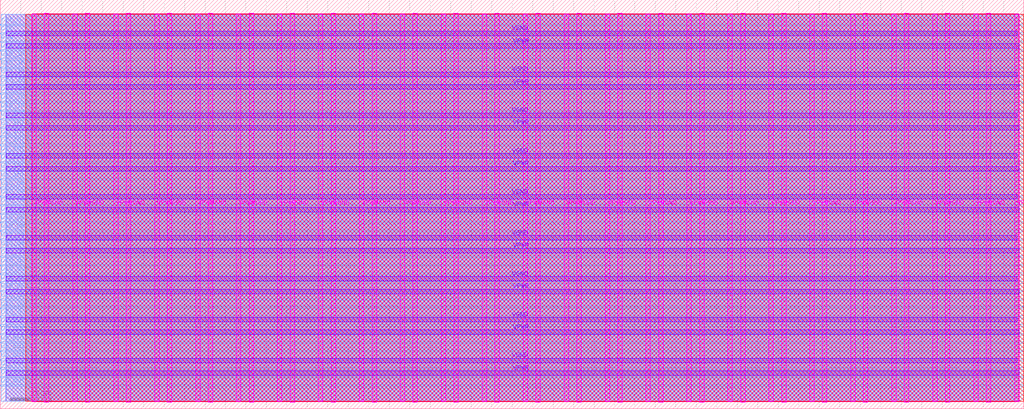
<source format=lef>
VERSION 5.7 ;
  NOWIREEXTENSIONATPIN ON ;
  DIVIDERCHAR "/" ;
  BUSBITCHARS "[]" ;
MACRO heichips25_pudding
  CLASS BLOCK ;
  FOREIGN heichips25_pudding ;
  ORIGIN 0.000 0.000 ;
  SIZE 500.000 BY 200.000 ;
  PIN VGND
    DIRECTION INOUT ;
    USE GROUND ;
    PORT
      LAYER TopMetal1 ;
        RECT 21.580 3.150 23.780 193.410 ;
    END
    PORT
      LAYER TopMetal1 ;
        RECT 41.580 3.150 43.780 193.410 ;
    END
    PORT
      LAYER TopMetal1 ;
        RECT 61.580 3.150 63.780 193.410 ;
    END
    PORT
      LAYER TopMetal1 ;
        RECT 81.580 3.150 83.780 193.410 ;
    END
    PORT
      LAYER TopMetal1 ;
        RECT 101.580 3.150 103.780 193.410 ;
    END
    PORT
      LAYER TopMetal1 ;
        RECT 121.580 3.150 123.780 193.410 ;
    END
    PORT
      LAYER TopMetal1 ;
        RECT 141.580 3.150 143.780 193.410 ;
    END
    PORT
      LAYER TopMetal1 ;
        RECT 161.580 3.150 163.780 193.410 ;
    END
    PORT
      LAYER TopMetal1 ;
        RECT 181.580 3.150 183.780 193.410 ;
    END
    PORT
      LAYER TopMetal1 ;
        RECT 201.580 3.150 203.780 193.410 ;
    END
    PORT
      LAYER TopMetal1 ;
        RECT 221.580 3.150 223.780 193.410 ;
    END
    PORT
      LAYER TopMetal1 ;
        RECT 241.580 3.150 243.780 193.410 ;
    END
    PORT
      LAYER TopMetal1 ;
        RECT 261.580 3.150 263.780 193.410 ;
    END
    PORT
      LAYER TopMetal1 ;
        RECT 281.580 3.150 283.780 193.410 ;
    END
    PORT
      LAYER TopMetal1 ;
        RECT 301.580 3.150 303.780 193.410 ;
    END
    PORT
      LAYER TopMetal1 ;
        RECT 321.580 3.150 323.780 193.410 ;
    END
    PORT
      LAYER TopMetal1 ;
        RECT 341.580 3.150 343.780 193.410 ;
    END
    PORT
      LAYER TopMetal1 ;
        RECT 361.580 3.150 363.780 193.410 ;
    END
    PORT
      LAYER TopMetal1 ;
        RECT 381.580 3.150 383.780 193.410 ;
    END
    PORT
      LAYER TopMetal1 ;
        RECT 401.580 3.150 403.780 193.410 ;
    END
    PORT
      LAYER TopMetal1 ;
        RECT 421.580 3.150 423.780 193.410 ;
    END
    PORT
      LAYER TopMetal1 ;
        RECT 441.580 3.150 443.780 193.410 ;
    END
    PORT
      LAYER TopMetal1 ;
        RECT 461.580 3.150 463.780 193.410 ;
    END
    PORT
      LAYER TopMetal1 ;
        RECT 481.580 3.150 483.780 193.410 ;
    END
    PORT
      LAYER TopMetal2 ;
        RECT 2.880 22.480 496.800 24.680 ;
    END
    PORT
      LAYER TopMetal2 ;
        RECT 2.880 42.480 496.800 44.680 ;
    END
    PORT
      LAYER TopMetal2 ;
        RECT 2.880 62.480 496.800 64.680 ;
    END
    PORT
      LAYER TopMetal2 ;
        RECT 2.880 82.480 496.800 84.680 ;
    END
    PORT
      LAYER TopMetal2 ;
        RECT 2.880 102.480 496.800 104.680 ;
    END
    PORT
      LAYER TopMetal2 ;
        RECT 2.880 122.480 496.800 124.680 ;
    END
    PORT
      LAYER TopMetal2 ;
        RECT 2.880 142.480 496.800 144.680 ;
    END
    PORT
      LAYER TopMetal2 ;
        RECT 2.880 162.480 496.800 164.680 ;
    END
    PORT
      LAYER TopMetal2 ;
        RECT 2.880 182.480 496.800 184.680 ;
    END
  END VGND
  PIN VPWR
    DIRECTION INOUT ;
    USE POWER ;
    PORT
      LAYER TopMetal1 ;
        RECT 15.380 3.560 17.580 193.000 ;
    END
    PORT
      LAYER TopMetal1 ;
        RECT 35.380 3.560 37.580 193.000 ;
    END
    PORT
      LAYER TopMetal1 ;
        RECT 55.380 3.560 57.580 193.000 ;
    END
    PORT
      LAYER TopMetal1 ;
        RECT 75.380 3.560 77.580 193.000 ;
    END
    PORT
      LAYER TopMetal1 ;
        RECT 95.380 3.560 97.580 193.000 ;
    END
    PORT
      LAYER TopMetal1 ;
        RECT 115.380 3.560 117.580 193.000 ;
    END
    PORT
      LAYER TopMetal1 ;
        RECT 135.380 3.560 137.580 193.000 ;
    END
    PORT
      LAYER TopMetal1 ;
        RECT 155.380 3.560 157.580 193.000 ;
    END
    PORT
      LAYER TopMetal1 ;
        RECT 175.380 3.560 177.580 193.000 ;
    END
    PORT
      LAYER TopMetal1 ;
        RECT 195.380 3.560 197.580 193.000 ;
    END
    PORT
      LAYER TopMetal1 ;
        RECT 215.380 3.560 217.580 193.000 ;
    END
    PORT
      LAYER TopMetal1 ;
        RECT 235.380 3.560 237.580 193.000 ;
    END
    PORT
      LAYER TopMetal1 ;
        RECT 255.380 3.560 257.580 193.000 ;
    END
    PORT
      LAYER TopMetal1 ;
        RECT 275.380 3.560 277.580 193.000 ;
    END
    PORT
      LAYER TopMetal1 ;
        RECT 295.380 3.560 297.580 193.000 ;
    END
    PORT
      LAYER TopMetal1 ;
        RECT 315.380 3.560 317.580 193.000 ;
    END
    PORT
      LAYER TopMetal1 ;
        RECT 335.380 3.560 337.580 193.000 ;
    END
    PORT
      LAYER TopMetal1 ;
        RECT 355.380 3.560 357.580 193.000 ;
    END
    PORT
      LAYER TopMetal1 ;
        RECT 375.380 3.560 377.580 193.000 ;
    END
    PORT
      LAYER TopMetal1 ;
        RECT 395.380 3.560 397.580 193.000 ;
    END
    PORT
      LAYER TopMetal1 ;
        RECT 415.380 3.560 417.580 193.000 ;
    END
    PORT
      LAYER TopMetal1 ;
        RECT 435.380 3.560 437.580 193.000 ;
    END
    PORT
      LAYER TopMetal1 ;
        RECT 455.380 3.560 457.580 193.000 ;
    END
    PORT
      LAYER TopMetal1 ;
        RECT 475.380 3.560 477.580 193.000 ;
    END
    PORT
      LAYER TopMetal1 ;
        RECT 495.380 3.560 497.580 193.000 ;
    END
    PORT
      LAYER TopMetal2 ;
        RECT 2.880 16.280 497.580 18.480 ;
    END
    PORT
      LAYER TopMetal2 ;
        RECT 2.880 36.280 497.580 38.480 ;
    END
    PORT
      LAYER TopMetal2 ;
        RECT 2.880 56.280 497.580 58.480 ;
    END
    PORT
      LAYER TopMetal2 ;
        RECT 2.880 76.280 497.580 78.480 ;
    END
    PORT
      LAYER TopMetal2 ;
        RECT 2.880 96.280 497.580 98.480 ;
    END
    PORT
      LAYER TopMetal2 ;
        RECT 2.880 116.280 497.580 118.480 ;
    END
    PORT
      LAYER TopMetal2 ;
        RECT 2.880 136.280 497.580 138.480 ;
    END
    PORT
      LAYER TopMetal2 ;
        RECT 2.880 156.280 497.580 158.480 ;
    END
    PORT
      LAYER TopMetal2 ;
        RECT 2.880 176.280 497.580 178.480 ;
    END
  END VPWR
  PIN clk
    DIRECTION INPUT ;
    USE SIGNAL ;
    ANTENNAGATEAREA 1.450800 ;
    PORT
      LAYER Metal3 ;
        RECT 0.000 183.340 0.400 183.740 ;
    END
  END clk
  PIN ena
    DIRECTION INPUT ;
    USE SIGNAL ;
    PORT
      LAYER Metal3 ;
        RECT 0.000 179.140 0.400 179.540 ;
    END
  END ena
  PIN i_in
    DIRECTION INOUT ;
    USE SIGNAL ;
    ANTENNAGATEAREA 3.510000 ;
    ANTENNADIFFAREA 87.467995 ;
    PORT
      LAYER Metal3 ;
        RECT 499.600 49.780 500.000 50.180 ;
    END
  END i_in
  PIN i_out
    DIRECTION INOUT ;
    USE SIGNAL ;
    ANTENNAGATEAREA 3.510000 ;
    ANTENNADIFFAREA 87.467995 ;
    PORT
      LAYER Metal3 ;
        RECT 499.600 149.740 500.000 150.140 ;
    END
  END i_out
  PIN rst_n
    DIRECTION INPUT ;
    USE SIGNAL ;
    ANTENNAGATEAREA 0.180700 ;
    PORT
      LAYER Metal3 ;
        RECT 0.000 187.540 0.400 187.940 ;
    END
  END rst_n
  PIN ui_in[0]
    DIRECTION INPUT ;
    USE SIGNAL ;
    ANTENNAGATEAREA 0.180700 ;
    PORT
      LAYER Metal3 ;
        RECT 0.000 111.940 0.400 112.340 ;
    END
  END ui_in[0]
  PIN ui_in[1]
    DIRECTION INPUT ;
    USE SIGNAL ;
    ANTENNAGATEAREA 0.180700 ;
    PORT
      LAYER Metal3 ;
        RECT 0.000 116.140 0.400 116.540 ;
    END
  END ui_in[1]
  PIN ui_in[2]
    DIRECTION INPUT ;
    USE SIGNAL ;
    ANTENNAGATEAREA 0.180700 ;
    PORT
      LAYER Metal3 ;
        RECT 0.000 120.340 0.400 120.740 ;
    END
  END ui_in[2]
  PIN ui_in[3]
    DIRECTION INPUT ;
    USE SIGNAL ;
    ANTENNAGATEAREA 0.180700 ;
    PORT
      LAYER Metal3 ;
        RECT 0.000 124.540 0.400 124.940 ;
    END
  END ui_in[3]
  PIN ui_in[4]
    DIRECTION INPUT ;
    USE SIGNAL ;
    ANTENNAGATEAREA 0.180700 ;
    PORT
      LAYER Metal3 ;
        RECT 0.000 128.740 0.400 129.140 ;
    END
  END ui_in[4]
  PIN ui_in[5]
    DIRECTION INPUT ;
    USE SIGNAL ;
    PORT
      LAYER Metal3 ;
        RECT 0.000 132.940 0.400 133.340 ;
    END
  END ui_in[5]
  PIN ui_in[6]
    DIRECTION INPUT ;
    USE SIGNAL ;
    PORT
      LAYER Metal3 ;
        RECT 0.000 137.140 0.400 137.540 ;
    END
  END ui_in[6]
  PIN ui_in[7]
    DIRECTION INPUT ;
    USE SIGNAL ;
    PORT
      LAYER Metal3 ;
        RECT 0.000 141.340 0.400 141.740 ;
    END
  END ui_in[7]
  PIN uio_in[0]
    DIRECTION INPUT ;
    USE SIGNAL ;
    PORT
      LAYER Metal3 ;
        RECT 0.000 145.540 0.400 145.940 ;
    END
  END uio_in[0]
  PIN uio_in[1]
    DIRECTION INPUT ;
    USE SIGNAL ;
    PORT
      LAYER Metal3 ;
        RECT 0.000 149.740 0.400 150.140 ;
    END
  END uio_in[1]
  PIN uio_in[2]
    DIRECTION INPUT ;
    USE SIGNAL ;
    PORT
      LAYER Metal3 ;
        RECT 0.000 153.940 0.400 154.340 ;
    END
  END uio_in[2]
  PIN uio_in[3]
    DIRECTION INPUT ;
    USE SIGNAL ;
    PORT
      LAYER Metal3 ;
        RECT 0.000 158.140 0.400 158.540 ;
    END
  END uio_in[3]
  PIN uio_in[4]
    DIRECTION INPUT ;
    USE SIGNAL ;
    PORT
      LAYER Metal3 ;
        RECT 0.000 162.340 0.400 162.740 ;
    END
  END uio_in[4]
  PIN uio_in[5]
    DIRECTION INPUT ;
    USE SIGNAL ;
    PORT
      LAYER Metal3 ;
        RECT 0.000 166.540 0.400 166.940 ;
    END
  END uio_in[5]
  PIN uio_in[6]
    DIRECTION INPUT ;
    USE SIGNAL ;
    PORT
      LAYER Metal3 ;
        RECT 0.000 170.740 0.400 171.140 ;
    END
  END uio_in[6]
  PIN uio_in[7]
    DIRECTION INPUT ;
    USE SIGNAL ;
    PORT
      LAYER Metal3 ;
        RECT 0.000 174.940 0.400 175.340 ;
    END
  END uio_in[7]
  PIN uio_oe[0]
    DIRECTION OUTPUT ;
    USE SIGNAL ;
    ANTENNADIFFAREA 0.392700 ;
    PORT
      LAYER Metal3 ;
        RECT 0.000 78.340 0.400 78.740 ;
    END
  END uio_oe[0]
  PIN uio_oe[1]
    DIRECTION OUTPUT ;
    USE SIGNAL ;
    ANTENNADIFFAREA 0.392700 ;
    PORT
      LAYER Metal3 ;
        RECT 0.000 82.540 0.400 82.940 ;
    END
  END uio_oe[1]
  PIN uio_oe[2]
    DIRECTION OUTPUT ;
    USE SIGNAL ;
    ANTENNADIFFAREA 0.392700 ;
    PORT
      LAYER Metal3 ;
        RECT 0.000 86.740 0.400 87.140 ;
    END
  END uio_oe[2]
  PIN uio_oe[3]
    DIRECTION OUTPUT ;
    USE SIGNAL ;
    ANTENNADIFFAREA 0.392700 ;
    PORT
      LAYER Metal3 ;
        RECT 0.000 90.940 0.400 91.340 ;
    END
  END uio_oe[3]
  PIN uio_oe[4]
    DIRECTION OUTPUT ;
    USE SIGNAL ;
    ANTENNADIFFAREA 0.392700 ;
    PORT
      LAYER Metal3 ;
        RECT 0.000 95.140 0.400 95.540 ;
    END
  END uio_oe[4]
  PIN uio_oe[5]
    DIRECTION OUTPUT ;
    USE SIGNAL ;
    ANTENNADIFFAREA 0.392700 ;
    PORT
      LAYER Metal3 ;
        RECT 0.000 99.340 0.400 99.740 ;
    END
  END uio_oe[5]
  PIN uio_oe[6]
    DIRECTION OUTPUT ;
    USE SIGNAL ;
    ANTENNADIFFAREA 0.392700 ;
    PORT
      LAYER Metal3 ;
        RECT 0.000 103.540 0.400 103.940 ;
    END
  END uio_oe[6]
  PIN uio_oe[7]
    DIRECTION OUTPUT ;
    USE SIGNAL ;
    ANTENNADIFFAREA 0.392700 ;
    PORT
      LAYER Metal3 ;
        RECT 0.000 107.740 0.400 108.140 ;
    END
  END uio_oe[7]
  PIN uio_out[0]
    DIRECTION OUTPUT ;
    USE SIGNAL ;
    ANTENNADIFFAREA 0.708600 ;
    PORT
      LAYER Metal3 ;
        RECT 0.000 44.740 0.400 45.140 ;
    END
  END uio_out[0]
  PIN uio_out[1]
    DIRECTION OUTPUT ;
    USE SIGNAL ;
    ANTENNADIFFAREA 0.708600 ;
    PORT
      LAYER Metal3 ;
        RECT 0.000 48.940 0.400 49.340 ;
    END
  END uio_out[1]
  PIN uio_out[2]
    DIRECTION OUTPUT ;
    USE SIGNAL ;
    ANTENNADIFFAREA 0.708600 ;
    PORT
      LAYER Metal3 ;
        RECT 0.000 53.140 0.400 53.540 ;
    END
  END uio_out[2]
  PIN uio_out[3]
    DIRECTION OUTPUT ;
    USE SIGNAL ;
    ANTENNADIFFAREA 0.708600 ;
    PORT
      LAYER Metal3 ;
        RECT 0.000 57.340 0.400 57.740 ;
    END
  END uio_out[3]
  PIN uio_out[4]
    DIRECTION OUTPUT ;
    USE SIGNAL ;
    ANTENNADIFFAREA 0.708600 ;
    PORT
      LAYER Metal3 ;
        RECT 0.000 61.540 0.400 61.940 ;
    END
  END uio_out[4]
  PIN uio_out[5]
    DIRECTION OUTPUT ;
    USE SIGNAL ;
    ANTENNADIFFAREA 0.708600 ;
    PORT
      LAYER Metal3 ;
        RECT 0.000 65.740 0.400 66.140 ;
    END
  END uio_out[5]
  PIN uio_out[6]
    DIRECTION OUTPUT ;
    USE SIGNAL ;
    ANTENNADIFFAREA 0.708600 ;
    PORT
      LAYER Metal3 ;
        RECT 0.000 69.940 0.400 70.340 ;
    END
  END uio_out[6]
  PIN uio_out[7]
    DIRECTION OUTPUT ;
    USE SIGNAL ;
    ANTENNADIFFAREA 0.708600 ;
    PORT
      LAYER Metal3 ;
        RECT 0.000 74.140 0.400 74.540 ;
    END
  END uio_out[7]
  PIN uo_out[0]
    DIRECTION OUTPUT ;
    USE SIGNAL ;
    ANTENNADIFFAREA 0.708600 ;
    PORT
      LAYER Metal3 ;
        RECT 0.000 11.140 0.400 11.540 ;
    END
  END uo_out[0]
  PIN uo_out[1]
    DIRECTION OUTPUT ;
    USE SIGNAL ;
    ANTENNADIFFAREA 0.708600 ;
    PORT
      LAYER Metal3 ;
        RECT 0.000 15.340 0.400 15.740 ;
    END
  END uo_out[1]
  PIN uo_out[2]
    DIRECTION OUTPUT ;
    USE SIGNAL ;
    ANTENNADIFFAREA 0.708600 ;
    PORT
      LAYER Metal3 ;
        RECT 0.000 19.540 0.400 19.940 ;
    END
  END uo_out[2]
  PIN uo_out[3]
    DIRECTION OUTPUT ;
    USE SIGNAL ;
    ANTENNADIFFAREA 0.708600 ;
    PORT
      LAYER Metal3 ;
        RECT 0.000 23.740 0.400 24.140 ;
    END
  END uo_out[3]
  PIN uo_out[4]
    DIRECTION OUTPUT ;
    USE SIGNAL ;
    ANTENNADIFFAREA 0.708600 ;
    PORT
      LAYER Metal3 ;
        RECT 0.000 27.940 0.400 28.340 ;
    END
  END uo_out[4]
  PIN uo_out[5]
    DIRECTION OUTPUT ;
    USE SIGNAL ;
    ANTENNADIFFAREA 0.708600 ;
    PORT
      LAYER Metal3 ;
        RECT 0.000 32.140 0.400 32.540 ;
    END
  END uo_out[5]
  PIN uo_out[6]
    DIRECTION OUTPUT ;
    USE SIGNAL ;
    ANTENNADIFFAREA 0.708600 ;
    PORT
      LAYER Metal3 ;
        RECT 0.000 36.340 0.400 36.740 ;
    END
  END uo_out[6]
  PIN uo_out[7]
    DIRECTION OUTPUT ;
    USE SIGNAL ;
    ANTENNADIFFAREA 0.708600 ;
    PORT
      LAYER Metal3 ;
        RECT 0.000 40.540 0.400 40.940 ;
    END
  END uo_out[7]
  OBS
      LAYER GatPoly ;
        RECT 2.880 3.630 496.800 192.930 ;
      LAYER Metal1 ;
        RECT 2.880 3.560 497.580 193.000 ;
      LAYER Metal2 ;
        RECT 2.775 3.635 497.400 192.925 ;
      LAYER Metal3 ;
        RECT 0.400 188.150 499.825 192.880 ;
        RECT 0.610 187.330 499.825 188.150 ;
        RECT 0.400 183.950 499.825 187.330 ;
        RECT 0.610 183.130 499.825 183.950 ;
        RECT 0.400 179.750 499.825 183.130 ;
        RECT 0.610 178.930 499.825 179.750 ;
        RECT 0.400 175.550 499.825 178.930 ;
        RECT 0.610 174.730 499.825 175.550 ;
        RECT 0.400 171.350 499.825 174.730 ;
        RECT 0.610 170.530 499.825 171.350 ;
        RECT 0.400 167.150 499.825 170.530 ;
        RECT 0.610 166.330 499.825 167.150 ;
        RECT 0.400 162.950 499.825 166.330 ;
        RECT 0.610 162.130 499.825 162.950 ;
        RECT 0.400 158.750 499.825 162.130 ;
        RECT 0.610 157.930 499.825 158.750 ;
        RECT 0.400 154.550 499.825 157.930 ;
        RECT 0.610 153.730 499.825 154.550 ;
        RECT 0.400 150.350 499.825 153.730 ;
        RECT 0.610 149.530 499.390 150.350 ;
        RECT 0.400 146.150 499.825 149.530 ;
        RECT 0.610 145.330 499.825 146.150 ;
        RECT 0.400 141.950 499.825 145.330 ;
        RECT 0.610 141.130 499.825 141.950 ;
        RECT 0.400 137.750 499.825 141.130 ;
        RECT 0.610 136.930 499.825 137.750 ;
        RECT 0.400 133.550 499.825 136.930 ;
        RECT 0.610 132.730 499.825 133.550 ;
        RECT 0.400 129.350 499.825 132.730 ;
        RECT 0.610 128.530 499.825 129.350 ;
        RECT 0.400 125.150 499.825 128.530 ;
        RECT 0.610 124.330 499.825 125.150 ;
        RECT 0.400 120.950 499.825 124.330 ;
        RECT 0.610 120.130 499.825 120.950 ;
        RECT 0.400 116.750 499.825 120.130 ;
        RECT 0.610 115.930 499.825 116.750 ;
        RECT 0.400 112.550 499.825 115.930 ;
        RECT 0.610 111.730 499.825 112.550 ;
        RECT 0.400 108.350 499.825 111.730 ;
        RECT 0.610 107.530 499.825 108.350 ;
        RECT 0.400 104.150 499.825 107.530 ;
        RECT 0.610 103.330 499.825 104.150 ;
        RECT 0.400 99.950 499.825 103.330 ;
        RECT 0.610 99.130 499.825 99.950 ;
        RECT 0.400 95.750 499.825 99.130 ;
        RECT 0.610 94.930 499.825 95.750 ;
        RECT 0.400 91.550 499.825 94.930 ;
        RECT 0.610 90.730 499.825 91.550 ;
        RECT 0.400 87.350 499.825 90.730 ;
        RECT 0.610 86.530 499.825 87.350 ;
        RECT 0.400 83.150 499.825 86.530 ;
        RECT 0.610 82.330 499.825 83.150 ;
        RECT 0.400 78.950 499.825 82.330 ;
        RECT 0.610 78.130 499.825 78.950 ;
        RECT 0.400 74.750 499.825 78.130 ;
        RECT 0.610 73.930 499.825 74.750 ;
        RECT 0.400 70.550 499.825 73.930 ;
        RECT 0.610 69.730 499.825 70.550 ;
        RECT 0.400 66.350 499.825 69.730 ;
        RECT 0.610 65.530 499.825 66.350 ;
        RECT 0.400 62.150 499.825 65.530 ;
        RECT 0.610 61.330 499.825 62.150 ;
        RECT 0.400 57.950 499.825 61.330 ;
        RECT 0.610 57.130 499.825 57.950 ;
        RECT 0.400 53.750 499.825 57.130 ;
        RECT 0.610 52.930 499.825 53.750 ;
        RECT 0.400 50.390 499.825 52.930 ;
        RECT 0.400 49.570 499.390 50.390 ;
        RECT 0.400 49.550 499.825 49.570 ;
        RECT 0.610 48.730 499.825 49.550 ;
        RECT 0.400 45.350 499.825 48.730 ;
        RECT 0.610 44.530 499.825 45.350 ;
        RECT 0.400 41.150 499.825 44.530 ;
        RECT 0.610 40.330 499.825 41.150 ;
        RECT 0.400 36.950 499.825 40.330 ;
        RECT 0.610 36.130 499.825 36.950 ;
        RECT 0.400 32.750 499.825 36.130 ;
        RECT 0.610 31.930 499.825 32.750 ;
        RECT 0.400 28.550 499.825 31.930 ;
        RECT 0.610 27.730 499.825 28.550 ;
        RECT 0.400 24.350 499.825 27.730 ;
        RECT 0.610 23.530 499.825 24.350 ;
        RECT 0.400 20.150 499.825 23.530 ;
        RECT 0.610 19.330 499.825 20.150 ;
        RECT 0.400 15.950 499.825 19.330 ;
        RECT 0.610 15.130 499.825 15.950 ;
        RECT 0.400 11.750 499.825 15.130 ;
        RECT 0.610 10.930 499.825 11.750 ;
        RECT 0.400 3.680 499.825 10.930 ;
      LAYER Metal4 ;
        RECT 12.380 3.635 499.780 192.925 ;
      LAYER Metal5 ;
        RECT 15.515 3.470 497.445 193.090 ;
  END
END heichips25_pudding
END LIBRARY


</source>
